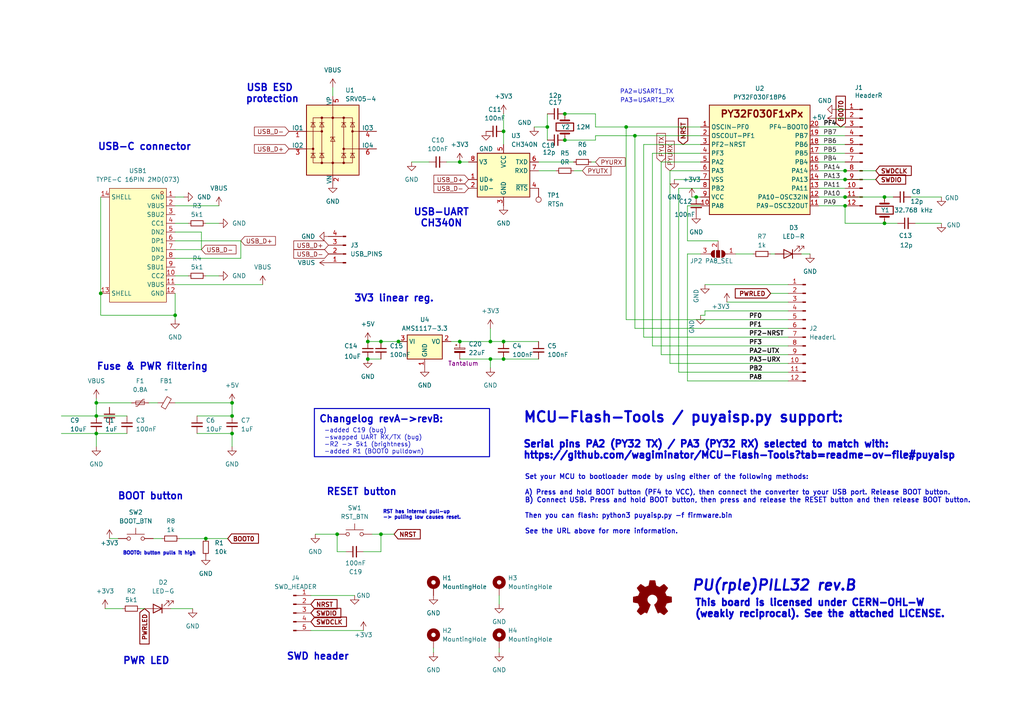
<source format=kicad_sch>
(kicad_sch (version 20231120) (generator "eeschema") (generator_version "8.0")
  (paper "A4")
  (title_block (title "pupill32 - indie py32f030 evaluation board") (rev "B"))
  (lib_symbols
    (symbol "Connector:Conn_01x04_Pin" (pin_names (offset 1.016) hide)
      (property "Reference" "J" (at 0 5.08 0))
      (property "Value" "Conn_01x04_Pin" (at 0 -7.62 0))
      (symbol "Conn_01x04_Pin_1_1"
        (pin passive line (at 5.08 2.54 180) (length 3.81) (name "Pin_1") (number "1"))
        (pin passive line (at 5.08 0 180) (length 3.81) (name "Pin_2") (number "2"))
        (pin passive line (at 5.08 -2.54 180) (length 3.81) (name "Pin_3") (number "3"))
        (pin passive line (at 5.08 -5.08 180) (length 3.81) (name "Pin_4") (number "4"))
      )
    )
    (symbol "Connector:Conn_01x05_Pin" (pin_names (offset 1.016) hide)
      (property "Reference" "J" (at 0 7.62 0))
      (property "Value" "Conn_01x05_Pin" (at 0 -7.62 0))
      (symbol "Conn_01x05_Pin_1_1"
        (pin passive line (at 5.08 5.08 180) (length 3.81) (name "Pin_1") (number "1"))
        (pin passive line (at 5.08 2.54 180) (length 3.81) (name "Pin_2") (number "2"))
        (pin passive line (at 5.08 0 180) (length 3.81) (name "Pin_3") (number "3"))
        (pin passive line (at 5.08 -2.54 180) (length 3.81) (name "Pin_4") (number "4"))
        (pin passive line (at 5.08 -5.08 180) (length 3.81) (name "Pin_5") (number "5"))
      )
    )
    (symbol "Connector:Conn_01x12_Pin" (pin_names (offset 1.016) hide)
      (property "Reference" "J" (at 0 15.24 0))
      (property "Value" "Conn_01x12_Pin" (at 0 -17.78 0))
      (symbol "Conn_01x12_Pin_1_1"
        (pin passive line (at 5.08 12.7 180) (length 3.81) (name "Pin_1") (number "1"))
        (pin passive line (at 5.08 -10.16 180) (length 3.81) (name "Pin_10") (number "10"))
        (pin passive line (at 5.08 -12.7 180) (length 3.81) (name "Pin_11") (number "11"))
        (pin passive line (at 5.08 -15.24 180) (length 3.81) (name "Pin_12") (number "12"))
        (pin passive line (at 5.08 10.16 180) (length 3.81) (name "Pin_2") (number "2"))
        (pin passive line (at 5.08 7.62 180) (length 3.81) (name "Pin_3") (number "3"))
        (pin passive line (at 5.08 5.08 180) (length 3.81) (name "Pin_4") (number "4"))
        (pin passive line (at 5.08 2.54 180) (length 3.81) (name "Pin_5") (number "5"))
        (pin passive line (at 5.08 0 180) (length 3.81) (name "Pin_6") (number "6"))
        (pin passive line (at 5.08 -2.54 180) (length 3.81) (name "Pin_7") (number "7"))
        (pin passive line (at 5.08 -5.08 180) (length 3.81) (name "Pin_8") (number "8"))
        (pin passive line (at 5.08 -7.62 180) (length 3.81) (name "Pin_9") (number "9"))
      )
    )
    (symbol "Connector:TestPoint" (pin_numbers hide) (pin_names (offset 0.762) hide)
      (property "Reference" "TP" (at 0 6.858 0))
      (property "Value" "TestPoint" (at 0 5.08 0))
      (symbol "TestPoint_1_1"
        (pin passive line (at 0 0 90) (length 2.54) (name "1") (number "1"))
      )
    )
    (symbol "Device:C_Polarized_Small" (pin_numbers hide) (pin_names (offset 0.254) hide)
      (property "Reference" "C" (at 0.254 1.778 0))
      (property "Value" "C_Polarized_Small" (at 0.254 -2.032 0))
      (symbol "C_Polarized_Small_1_1"
        (pin passive line (at 0 2.54 270) (length 1.8542) (name "~") (number "1"))
        (pin passive line (at 0 -2.54 90) (length 1.8542) (name "~") (number "2"))
      )
    )
    (symbol "Device:C_Small" (pin_numbers hide) (pin_names (offset 0.254) hide)
      (property "Reference" "C" (at 0.254 1.778 0))
      (property "Value" "C_Small" (at 0.254 -2.032 0))
      (symbol "C_Small_1_1"
        (pin passive line (at 0 2.54 270) (length 2.032) (name "~") (number "1"))
        (pin passive line (at 0 -2.54 90) (length 2.032) (name "~") (number "2"))
      )
    )
    (symbol "Device:Crystal" (pin_numbers hide) (pin_names (offset 1.016) hide)
      (property "Reference" "Y" (at 0 3.81 0))
      (property "Value" "Crystal" (at 0 -3.81 0))
      (symbol "Crystal_1_1"
        (pin passive line (at -3.81 0 0) (length 1.27) (name "1") (number "1"))
        (pin passive line (at 3.81 0 180) (length 1.27) (name "2") (number "2"))
      )
    )
    (symbol "Device:FerriteBead_Small" (pin_numbers hide) (pin_names (offset 0))
      (property "Reference" "FB" (at 1.905 1.27 0))
      (property "Value" "FerriteBead_Small" (at 1.905 -1.27 0))
      (symbol "FerriteBead_Small_1_1"
        (pin passive line (at 0 2.54 270) (length 1.27) (name "~") (number "1"))
        (pin passive line (at 0 -2.54 90) (length 1.27) (name "~") (number "2"))
      )
    )
    (symbol "Device:LED" (pin_numbers hide) (pin_names (offset 1.016) hide)
      (property "Reference" "D" (at 0 2.54 0))
      (property "Value" "LED" (at 0 -2.54 0))
      (symbol "LED_1_1"
        (pin passive line (at -3.81 0 0) (length 2.54) (name "K") (number "1"))
        (pin passive line (at 3.81 0 180) (length 2.54) (name "A") (number "2"))
      )
    )
    (symbol "Device:Polyfuse_Small" (pin_numbers hide) (pin_names (offset 0))
      (property "Reference" "F" (at -1.905 0 90))
      (property "Value" "Polyfuse_Small" (at 1.905 0 90))
      (symbol "Polyfuse_Small_1_1"
        (pin passive line (at 0 2.54 270) (length 0.635) (name "~") (number "1"))
        (pin passive line (at 0 -2.54 90) (length 0.635) (name "~") (number "2"))
      )
    )
    (symbol "Device:R_Small" (pin_numbers hide) (pin_names (offset 0.254) hide)
      (property "Reference" "R" (at 0.762 0.508 0))
      (property "Value" "R_Small" (at 0.762 -1.016 0))
      (symbol "R_Small_1_1"
        (pin passive line (at 0 2.54 270) (length 0.762) (name "~") (number "1"))
        (pin passive line (at 0 -2.54 90) (length 0.762) (name "~") (number "2"))
      )
    )
    (symbol "Graphic:Logo_Open_Hardware_Small" (in_bom no) (on_board no))
    (symbol "Interface_USB:CH340N"
      (property "Reference" "U" (at -7.62 6.35 0))
      (property "Value" "CH340N" (at 7.62 6.35 0))
      (symbol "CH340N_1_1"
        (pin bidirectional line (at -10.16 -2.54 0) (length 2.54) (name "UD+") (number "1"))
        (pin bidirectional line (at -10.16 -5.08 0) (length 2.54) (name "UD-") (number "2"))
        (pin power_in line (at 0 -10.16 90) (length 2.54) (name "GND") (number "3"))
        (pin output line (at 10.16 -5.08 180) (length 2.54) (name "~{RTS}") (number "4"))
        (pin power_in line (at 0 7.62 270) (length 2.54) (name "VCC") (number "5"))
        (pin output line (at 10.16 2.54 180) (length 2.54) (name "TXD") (number "6"))
        (pin input line (at 10.16 0 180) (length 2.54) (name "RXD") (number "7"))
        (pin passive line (at -10.16 2.54 0) (length 2.54) (name "V3") (number "8"))
      )
    )
    (symbol "Jumper:SolderJumper_3_Open" (pin_names (offset 0) hide)
      (property "Reference" "JP" (at -2.54 -2.54 0))
      (property "Value" "SolderJumper_3_Open" (at 0 2.794 0))
      (symbol "SolderJumper_3_Open_1_1"
        (pin passive line (at -5.08 0 0) (length 2.54) (name "A") (number "1"))
        (pin passive line (at 0 -3.81 90) (length 2.54) (name "C") (number "2"))
        (pin passive line (at 5.08 0 180) (length 2.54) (name "B") (number "3"))
      )
    )
    (symbol "Mechanical:MountingHole_Pad" (pin_numbers hide) (pin_names (offset 1.016) hide) (exclude_from_sim yes) (in_bom no)
      (property "Reference" "H" (at 0 6.35 0))
      (property "Value" "MountingHole_Pad" (at 0 4.445 0))
      (symbol "MountingHole_Pad_1_1"
        (pin input line (at 0 -2.54 90) (length 2.54) (name "1") (number "1"))
      )
    )
    (symbol "Power_Protection:SRV05-4" (pin_names (offset 0))
      (property "Reference" "U" (at -5.08 11.43 0))
      (property "Value" "SRV05-4" (at 2.54 11.43 0))
      (symbol "SRV05-4_1_1"
        (pin passive line (at -12.7 2.54 0) (length 5.08) (name "IO1") (number "1"))
        (pin passive line (at 0 -12.7 90) (length 2.54) (name "VN") (number "2"))
        (pin passive line (at -12.7 -2.54 0) (length 5.08) (name "IO2") (number "3"))
        (pin passive line (at 12.7 2.54 180) (length 5.08) (name "IO3") (number "4"))
        (pin passive line (at 0 12.7 270) (length 2.54) (name "VP") (number "5"))
        (pin passive line (at 12.7 -2.54 180) (length 5.08) (name "IO4") (number "6"))
      )
    )
    (symbol "Regulator_Linear:AMS1117-3.3"
      (property "Reference" "U" (at -3.81 3.175 0))
      (property "Value" "AMS1117-3.3" (at 0 3.175 0))
      (symbol "AMS1117-3.3_1_1"
        (pin power_in line (at 0 -7.62 90) (length 2.54) (name "GND") (number "1"))
        (pin power_out line (at 7.62 0 180) (length 2.54) (name "VO") (number "2"))
        (pin power_in line (at -7.62 0 0) (length 2.54) (name "VI") (number "3"))
      )
    )
    (symbol "Switch:SW_Push" (pin_numbers hide) (pin_names (offset 1.016) hide)
      (property "Reference" "SW" (at 1.27 2.54 0))
      (property "Value" "SW_Push" (at 0 -1.524 0))
      (symbol "SW_Push_0_1"
        (pin passive line (at -5.08 0 0) (length 2.54) (name "1") (number "1"))
        (pin passive line (at 5.08 0 180) (length 2.54) (name "2") (number "2"))
      )
    )
    (symbol "power:+3V3" (power) (pin_names (offset 0))
      (property "Value" "+3V3" (at 0 3.556 0))
      (symbol "+3V3_1_1"
        (pin power_in line (at 0 0 90) (length 0) hide (name "+3V3") (number "1"))
      )
    )
    (symbol "power:+5V" (power) (pin_names (offset 0))
      (property "Value" "+5V" (at 0 3.556 0))
      (symbol "+5V_1_1"
        (pin power_in line (at 0 0 90) (length 0) hide (name "+5V") (number "1"))
      )
    )
    (symbol "power:GND" (power) (pin_names (offset 0))
      (property "Value" "GND" (at 0 -3.81 0))
      (symbol "GND_1_1"
        (pin power_in line (at 0 0 270) (length 0) hide (name "GND") (number "1"))
      )
    )
    (symbol "power:VBUS" (power) (pin_names (offset 0))
      (property "Value" "VBUS" (at 0 3.81 0))
      (symbol "VBUS_1_1"
        (pin power_in line (at 0 0 90) (length 0) hide (name "VBUS") (number "1"))
      )
    )
    (symbol "pupill32:PY32F030F1xPx"
      (property "Reference" "U" (at -10.16 19.05 0))
      (property "Value" "PY32F030F1xPx" (at -7.62 20.32 0))
      (symbol "PY32F030F1xPx_1_1"
        (text "PY32F030F1xPx" (at 5.08 15.24 0) (effects (font (size 2 2) (bold yes))))
        (pin bidirectional line (at -12.7 11.43 0) (length 2.54) (name "OSCIN-PF0") (number "1"))
        (pin bidirectional line (at -12.7 -11.43 0) (length 2.54) (name "PA8") (number "10"))
        (pin bidirectional line (at 21.59 -11.43 180) (length 2.54) (name "PA9-OSC32OUT") (number "11"))
        (pin bidirectional line (at 21.59 -8.89 180) (length 2.54) (name "PA10-OSC32IN") (number "12"))
        (pin bidirectional line (at 21.59 -6.35 180) (length 2.54) (name "PA11") (number "13"))
        (pin bidirectional line (at 21.59 -3.81 180) (length 2.54) (name "PA13") (number "14"))
        (pin bidirectional line (at 21.59 -1.27 180) (length 2.54) (name "PA14") (number "15"))
        (pin bidirectional line (at 21.59 1.27 180) (length 2.54) (name "PB4") (number "16"))
        (pin bidirectional line (at 21.59 3.81 180) (length 2.54) (name "PB5") (number "17"))
        (pin bidirectional line (at 21.59 6.35 180) (length 2.54) (name "PB6") (number "18"))
        (pin bidirectional line (at 21.59 8.89 180) (length 2.54) (name "PB7") (number "19"))
        (pin bidirectional line (at -12.7 8.89 0) (length 2.54) (name "OSCOUT-PF1") (number "2"))
        (pin bidirectional line (at 21.59 11.43 180) (length 2.54) (name "PF4-BOOT0") (number "20"))
        (pin bidirectional line (at -12.7 6.35 0) (length 2.54) (name "PF2-NRST") (number "3"))
        (pin bidirectional line (at -12.7 3.81 0) (length 2.54) (name "PF3") (number "4"))
        (pin bidirectional line (at -12.7 1.27 0) (length 2.54) (name "PA2") (number "5"))
        (pin bidirectional line (at -12.7 -1.27 0) (length 2.54) (name "PA3") (number "6"))
        (pin power_in line (at -12.7 -3.81 0) (length 2.54) (name "VSS") (number "7"))
        (pin bidirectional line (at -12.7 -6.35 0) (length 2.54) (name "PB2") (number "8"))
        (pin power_in line (at -12.7 -8.89 0) (length 2.54) (name "VCC") (number "9"))
      )
    )
    (symbol "pupill32:TYPE-C16PIN2MD(073)"
      (property "Reference" "USB" (at 0 19.05 0))
      (property "Value" "TYPE-C 16PIN 2MD(073)" (at 0 -19.05 0))
      (symbol "TYPE-C16PIN2MD(073)_0_1"
        (pin unspecified line (at -11.43 13.97 0) (length 2.54) (name "GND") (number "1"))
        (pin unspecified line (at -11.43 -8.89 0) (length 2.54) (name "CC2") (number "10"))
        (pin unspecified line (at -11.43 -11.43 0) (length 2.54) (name "VBUS") (number "11"))
        (pin unspecified line (at -11.43 -13.97 0) (length 2.54) (name "GND") (number "12"))
        (pin unspecified line (at 10.16 -13.97 180) (length 2.54) (name "SHELL") (number "13"))
        (pin unspecified line (at 10.16 13.97 180) (length 2.54) (name "SHELL") (number "14"))
        (pin unspecified line (at -11.43 11.43 0) (length 2.54) (name "VBUS") (number "2"))
        (pin unspecified line (at -11.43 8.89 0) (length 2.54) (name "SBU2") (number "3"))
        (pin unspecified line (at -11.43 6.35 0) (length 2.54) (name "CC1") (number "4"))
        (pin unspecified line (at -11.43 3.81 0) (length 2.54) (name "DN2") (number "5"))
        (pin unspecified line (at -11.43 1.27 0) (length 2.54) (name "DP1") (number "6"))
        (pin unspecified line (at -11.43 -1.27 0) (length 2.54) (name "DN1") (number "7"))
        (pin unspecified line (at -11.43 -3.81 0) (length 2.54) (name "DP2") (number "8"))
        (pin unspecified line (at -11.43 -6.35 0) (length 2.54) (name "SBU1") (number "9"))
      )
    )
  )
  (junction (at 106.68 104.14))
  (junction (at 245.11 57.15))
  (junction (at 245.11 52.07))
  (junction (at 245.11 59.69))
  (junction (at 115.57 99.06))
  (junction (at 67.31 125.73))
  (junction (at 201.93 57.15))
  (junction (at 256.54 64.77))
  (junction (at 97.79 154.94))
  (junction (at 158.75 36.83))
  (junction (at 133.35 46.99))
  (junction (at 181.61 36.83))
  (junction (at 146.05 99.06))
  (junction (at 256.54 57.15))
  (junction (at 67.31 120.65))
  (junction (at 133.35 99.06))
  (junction (at 110.49 99.06))
  (junction (at 146.05 104.14))
  (junction (at 27.94 125.73))
  (junction (at 184.15 39.37))
  (junction (at 163.83 33.02))
  (junction (at 29.21 85.09))
  (junction (at 67.31 116.84))
  (junction (at 27.94 116.84))
  (junction (at 27.94 120.65))
  (junction (at 110.49 154.94))
  (junction (at 146.05 38.1))
  (junction (at 142.24 104.14))
  (junction (at 59.69 156.21))
  (junction (at 50.8 91.44))
  (junction (at 163.83 40.64))
  (junction (at 245.11 49.53))
  (junction (at 142.24 99.06))
  (junction (at 106.68 99.06))
  (wire (pts (xy 44.45 156.21) (xy 46.99 156.21)))
  (wire (pts (xy 194.31 49.53) (xy 203.2 49.53)))
  (wire (pts (xy 146.05 104.14) (xy 156.21 104.14)))
  (wire (pts (xy 50.8 67.31) (xy 58.42 67.31)))
  (wire (pts (xy 191.77 102.87) (xy 191.77 46.99)))
  (wire (pts (xy 199.39 73.66) (xy 199.39 110.49)))
  (wire (pts (xy 50.8 85.09) (xy 50.8 91.44)))
  (wire (pts (xy 105.41 160.02) (xy 110.49 160.02)))
  (wire (pts (xy 154.94 36.83) (xy 158.75 36.83)))
  (wire (pts (xy 237.49 57.15) (xy 245.11 57.15)))
  (wire (pts (xy 29.21 57.15) (xy 29.21 85.09)))
  (wire (pts (xy 133.35 104.14) (xy 142.24 104.14)))
  (wire (pts (xy 245.11 59.69) (xy 245.11 64.77)))
  (wire (pts (xy 50.8 80.01) (xy 54.61 80.01)))
  (wire (pts (xy 213.36 73.66) (xy 218.44 73.66)))
  (wire (pts (xy 163.83 40.64) (xy 172.72 40.64)))
  (wire (pts (xy 194.31 105.41) (xy 228.6 105.41)))
  (wire (pts (xy 232.41 73.66) (xy 234.95 73.66)))
  (wire (pts (xy 17.78 120.65) (xy 27.94 120.65)))
  (wire (pts (xy 130.81 99.06) (xy 133.35 99.06)))
  (wire (pts (xy 237.49 54.61) (xy 245.11 54.61)))
  (wire (pts (xy 184.15 95.25) (xy 228.6 95.25)))
  (wire (pts (xy 171.45 46.99) (xy 172.72 46.99)))
  (wire (pts (xy 50.8 57.15) (xy 53.34 57.15)))
  (wire (pts (xy 27.94 125.73) (xy 27.94 129.54)))
  (wire (pts (xy 90.17 172.72) (xy 102.87 172.72)))
  (wire (pts (xy 27.94 120.65) (xy 36.83 120.65)))
  (wire (pts (xy 245.11 34.29) (xy 242.57 34.29)))
  (wire (pts (xy 208.28 69.85) (xy 199.39 69.85)))
  (wire (pts (xy 237.49 36.83) (xy 245.11 36.83)))
  (wire (pts (xy 97.79 154.94) (xy 97.79 160.02)))
  (wire (pts (xy 163.83 33.02) (xy 172.72 33.02)))
  (wire (pts (xy 245.11 49.53) (xy 254 49.53)))
  (wire (pts (xy 50.8 116.84) (xy 67.31 116.84)))
  (wire (pts (xy 50.8 64.77) (xy 54.61 64.77)))
  (wire (pts (xy 189.23 100.33) (xy 228.6 100.33)))
  (wire (pts (xy 172.72 40.64) (xy 172.72 39.37)))
  (wire (pts (xy 50.8 82.55) (xy 76.2 82.55)))
  (wire (pts (xy 245.11 31.75) (xy 242.57 31.75)))
  (wire (pts (xy 142.24 104.14) (xy 142.24 106.68)))
  (wire (pts (xy 69.85 69.85) (xy 69.85 74.93)))
  (wire (pts (xy 259.08 57.15) (xy 256.54 57.15)))
  (wire (pts (xy 237.49 41.91) (xy 245.11 41.91)))
  (wire (pts (xy 142.24 95.25) (xy 142.24 99.06)))
  (wire (pts (xy 172.72 36.83) (xy 181.61 36.83)))
  (wire (pts (xy 189.23 44.45) (xy 203.2 44.45)))
  (wire (pts (xy 191.77 102.87) (xy 228.6 102.87)))
  (wire (pts (xy 58.42 72.39) (xy 50.8 72.39)))
  (wire (pts (xy 115.57 99.06) (xy 116.84 99.06)))
  (wire (pts (xy 119.38 46.99) (xy 124.46 46.99)))
  (wire (pts (xy 181.61 92.71) (xy 228.6 92.71)))
  (wire (pts (xy 186.69 41.91) (xy 203.2 41.91)))
  (wire (pts (xy 237.49 52.07) (xy 245.11 52.07)))
  (wire (pts (xy 43.18 116.84) (xy 45.72 116.84)))
  (wire (pts (xy 58.42 67.31) (xy 58.42 72.39)))
  (wire (pts (xy 245.11 64.77) (xy 256.54 64.77)))
  (wire (pts (xy 50.8 91.44) (xy 50.8 92.71)))
  (wire (pts (xy 59.69 64.77) (xy 63.5 64.77)))
  (wire (pts (xy 96.52 25.4) (xy 96.52 27.94)))
  (wire (pts (xy 50.8 59.69) (xy 63.5 59.69)))
  (wire (pts (xy 146.05 38.1) (xy 146.05 41.91)))
  (wire (pts (xy 27.94 125.73) (xy 36.83 125.73)))
  (wire (pts (xy 146.05 99.06) (xy 156.21 99.06)))
  (wire (pts (xy 237.49 49.53) (xy 245.11 49.53)))
  (wire (pts (xy 199.39 59.69) (xy 203.2 59.69)))
  (wire (pts (xy 30.48 176.53) (xy 35.56 176.53)))
  (wire (pts (xy 228.6 85.09) (xy 223.52 85.09)))
  (wire (pts (xy 204.47 91.44) (xy 204.47 90.17)))
  (wire (pts (xy 31.75 156.21) (xy 34.29 156.21)))
  (wire (pts (xy 59.69 156.21) (xy 66.04 156.21)))
  (wire (pts (xy 57.15 125.73) (xy 67.31 125.73)))
  (wire (pts (xy 199.39 110.49) (xy 228.6 110.49)))
  (wire (pts (xy 273.05 64.77) (xy 265.43 64.77)))
  (wire (pts (xy 91.44 154.94) (xy 97.79 154.94)))
  (wire (pts (xy 194.31 105.41) (xy 194.31 49.53)))
  (wire (pts (xy 50.8 69.85) (xy 69.85 69.85)))
  (wire (pts (xy 29.21 85.09) (xy 29.21 91.44)))
  (wire (pts (xy 144.78 189.23) (xy 144.78 187.96)))
  (wire (pts (xy 125.73 189.23) (xy 125.73 187.96)))
  (wire (pts (xy 156.21 46.99) (xy 166.37 46.99)))
  (wire (pts (xy 172.72 33.02) (xy 172.72 36.83)))
  (wire (pts (xy 27.94 115.57) (xy 27.94 116.84)))
  (wire (pts (xy 27.94 116.84) (xy 27.94 120.65)))
  (wire (pts (xy 210.82 87.63) (xy 228.6 87.63)))
  (wire (pts (xy 245.11 52.07) (xy 254 52.07)))
  (wire (pts (xy 106.68 104.14) (xy 110.49 104.14)))
  (wire (pts (xy 161.29 49.53) (xy 156.21 49.53)))
  (wire (pts (xy 129.54 46.99) (xy 133.35 46.99)))
  (wire (pts (xy 27.94 116.84) (xy 38.1 116.84)))
  (wire (pts (xy 184.15 95.25) (xy 184.15 39.37)))
  (wire (pts (xy 142.24 99.06) (xy 146.05 99.06)))
  (wire (pts (xy 49.53 176.53) (xy 55.88 176.53)))
  (wire (pts (xy 57.15 120.65) (xy 67.31 120.65)))
  (wire (pts (xy 237.49 39.37) (xy 245.11 39.37)))
  (wire (pts (xy 59.69 80.01) (xy 63.5 80.01)))
  (wire (pts (xy 166.37 49.53) (xy 168.91 49.53)))
  (wire (pts (xy 245.11 57.15) (xy 256.54 57.15)))
  (wire (pts (xy 199.39 73.66) (xy 203.2 73.66)))
  (wire (pts (xy 237.49 59.69) (xy 245.11 59.69)))
  (wire (pts (xy 110.49 160.02) (xy 110.49 154.94)))
  (wire (pts (xy 40.64 176.53) (xy 41.91 176.53)))
  (wire (pts (xy 196.85 107.95) (xy 228.6 107.95)))
  (wire (pts (xy 67.31 116.84) (xy 67.31 120.65)))
  (wire (pts (xy 17.78 125.73) (xy 27.94 125.73)))
  (wire (pts (xy 29.21 91.44) (xy 50.8 91.44)))
  (wire (pts (xy 90.17 182.88) (xy 105.41 182.88)))
  (wire (pts (xy 196.85 107.95) (xy 196.85 54.61)))
  (wire (pts (xy 144.78 172.72) (xy 144.78 175.26)))
  (wire (pts (xy 196.85 54.61) (xy 203.2 54.61)))
  (wire (pts (xy 203.2 91.44) (xy 204.47 91.44)))
  (wire (pts (xy 110.49 154.94) (xy 107.95 154.94)))
  (wire (pts (xy 260.35 64.77) (xy 256.54 64.77)))
  (wire (pts (xy 203.2 39.37) (xy 184.15 39.37)))
  (wire (pts (xy 133.35 99.06) (xy 142.24 99.06)))
  (wire (pts (xy 273.05 57.15) (xy 264.16 57.15)))
  (wire (pts (xy 133.35 46.99) (xy 135.89 46.99)))
  (wire (pts (xy 181.61 92.71) (xy 181.61 36.83)))
  (wire (pts (xy 142.24 104.14) (xy 146.05 104.14)))
  (wire (pts (xy 186.69 97.79) (xy 186.69 41.91)))
  (wire (pts (xy 203.2 52.07) (xy 195.58 52.07)))
  (wire (pts (xy 106.68 99.06) (xy 110.49 99.06)))
  (wire (pts (xy 52.07 156.21) (xy 59.69 156.21)))
  (wire (pts (xy 204.47 90.17) (xy 228.6 90.17)))
  (wire (pts (xy 97.79 160.02) (xy 100.33 160.02)))
  (wire (pts (xy 158.75 33.02) (xy 158.75 36.83)))
  (wire (pts (xy 237.49 44.45) (xy 245.11 44.45)))
  (wire (pts (xy 146.05 33.02) (xy 146.05 38.1)))
  (wire (pts (xy 114.3 154.94) (xy 110.49 154.94)))
  (wire (pts (xy 223.52 73.66) (xy 224.79 73.66)))
  (wire (pts (xy 110.49 99.06) (xy 115.57 99.06)))
  (wire (pts (xy 67.31 125.73) (xy 67.31 129.54)))
  (wire (pts (xy 158.75 36.83) (xy 158.75 40.64)))
  (wire (pts (xy 172.72 39.37) (xy 184.15 39.37)))
  (wire (pts (xy 200.66 57.15) (xy 201.93 57.15)))
  (wire (pts (xy 191.77 46.99) (xy 203.2 46.99)))
  (wire (pts (xy 204.47 82.55) (xy 228.6 82.55)))
  (wire (pts (xy 189.23 100.33) (xy 189.23 44.45)))
  (wire (pts (xy 181.61 36.83) (xy 203.2 36.83)))
  (wire (pts (xy 199.39 59.69) (xy 199.39 69.85)))
  (wire (pts (xy 201.93 57.15) (xy 203.2 57.15)))
  (wire (pts (xy 69.85 74.93) (xy 50.8 74.93)))
  (wire (pts (xy 186.69 97.79) (xy 228.6 97.79)))
  (wire (pts (xy 237.49 46.99) (xy 245.11 46.99)))
  (rectangle (start 91.186 118.491) (end 141.986 132.461) (stroke (width 0.3)))
  (text "-added C19 (bug)\n-swapped UART RX/TX (bug)\n-R2 -> 5k1 (brightness)\n-added R1 (BOOT0 pulldown)" (at 93.98 128.016 0) (effects (font (size 1.27 1.27)) (justify left)))
  (text "RESET button" (at 104.902 142.748 0) (effects (font (size 2 2) (thickness 0.4) (bold yes))))
  (text "This board is licensed under CERN-OHL-W \n(weakly reciprocal). See the attached LICENSE." (at 201.422 176.53 0) (effects (font (size 2 2) (thickness 0.6) (bold yes)) (justify left)))
  (text "Serial pins PA2 (PY32 TX) / PA3 (PY32 RX) selected to match with:\nhttps://github.com/wagiminator/MCU-Flash-Tools?tab=readme-ov-file#puyaisp" (at 151.638 130.556 0) (effects (font (size 2 2) (thickness 0.5) (bold yes)) (justify left)))
  (text "PA3=USART1_RX" (at 179.832 29.972 0) (effects (font (size 1.27 1.27)) (justify left bottom)))
  (text "3V3 linear reg." (at 114.3 86.614 0) (effects (font (size 2 2) (thickness 0.4) (bold yes))))
  (text "Fuse & PWR filtering" (at 44.196 106.426 0) (effects (font (size 2 2) (thickness 0.4) (bold yes))))
  (text "MCU-Flash-Tools / puyaisp.py support:" (at 151.638 121.158 0) (effects (font (size 3 3) (thickness 0.6) (bold yes)) (justify left)))
  (text "USB-C connector" (at 41.91 42.672 0) (effects (font (size 2 2) (thickness 0.4) (bold yes))))
  (text "PWR LED" (at 42.418 191.77 0) (effects (font (size 2 2) (thickness 0.4) (bold yes))))
  (text "USB ESD \nprotection" (at 78.994 27.178 0) (effects (font (size 2 2) (thickness 0.4) (bold yes))))
  (text "PA2=USART1_TX" (at 195.326 27.432 0) (effects (font (size 1.27 1.27)) (justify right bottom)))
  (text "RST has internal pull-up \n-> pulling low causes reset." (at 110.998 149.352 0) (effects (font (size 1 1) (thickness 0.4) (bold yes)) (justify left)))
  (text "Changelog revA->revB:" (at 92.456 121.666 0) (effects (font (size 2 2) (thickness 0.4) (bold yes)) (justify left)))
  (text "BOOT button" (at 43.688 144.018 0) (effects (font (size 2 2) (thickness 0.4) (bold yes))))
  (text "USB-UART\nCH340N" (at 128.016 63.246 0) (effects (font (size 2 2) (thickness 0.4) (bold yes))))
  (text "BOOT0: button pulls it high" (at 46.228 160.528 0) (effects (font (size 1 1) (thickness 0.4) (bold yes))))
  (text "PU(rple)PILL32 rev.B" (at 224.536 169.926 0) (effects (font (size 3 3) (thickness 0.6) (bold yes) (italic yes))))
  (text "Set your MCU to bootloader mode by using either of the following methods:\n\nA) Press and hold BOOT button (PF4 to VCC), then connect the converter to your USB port. Release BOOT button.\nB) Connect USB. Press and hold BOOT button, then press and release the RESET button and then release BOOT button.\n\nThen you can flash: python3 puyaisp.py -f firmware.bin\n\nSee the URL above for more information." (at 152.146 146.304 0) (effects (font (size 1.4 1.4) (thickness 0.254) (bold yes)) (justify left)))
  (text "SWD header" (at 92.202 190.5 0) (effects (font (size 2 2) (thickness 0.4) (bold yes))))
  (label "PA10" (at 238.76 57.15 0))
  (label "PB2" (at 217.17 107.95 0) (effects (font (bold yes))))
  (label "PB4" (at 238.76 46.99 0))
  (label "PA2-UTX" (at 217.17 102.87 0) (effects (font (bold yes))))
  (label "PB5" (at 238.76 44.45 0))
  (label "PF1" (at 217.17 95.25 0) (effects (font (bold yes))))
  (label "PF2-NRST" (at 217.17 97.79 0) (effects (font (bold yes))))
  (label "PA13" (at 238.76 52.07 0))
  (label "PF3" (at 217.17 100.33 0) (effects (font (bold yes))))
  (label "PF4" (at 238.76 36.83 0) (effects (font (bold yes))))
  (label "PB7" (at 238.76 39.37 0))
  (label "PA14" (at 238.76 49.53 0))
  (label "PB6" (at 238.76 41.91 0))
  (label "PA11" (at 238.76 54.61 0))
  (label "PA8" (at 217.17 110.49 0) (effects (font (bold yes))))
  (label "PA9" (at 238.76 59.69 0))
  (label "PA3-URX" (at 217.17 105.41 0) (effects (font (bold yes))))
  (label "PF0" (at 217.17 92.71 0) (effects (font (bold yes))))
  (global_label "NRST" (shape input) (at 114.3 154.94 0) (effects (font (bold yes))) (property "Intersheetrefs" "${INTERSHEET_REFS}" (effects (hide yes))))
  (global_label "PYUTX" (shape input) (at 168.91 49.53 0) (property "Intersheetrefs" "${INTERSHEET_REFS}" (effects (hide yes))))
  (global_label "NRST" (shape input) (at 90.17 175.26 0) (effects (font (bold yes))) (property "Intersheetrefs" "${INTERSHEET_REFS}" (effects (hide yes))))
  (global_label "NRST" (shape input) (at 198.12 41.91 90) (effects (font (bold yes))) (property "Intersheetrefs" "${INTERSHEET_REFS}" (effects (hide yes))))
  (global_label "USB_D-" (shape input) (at 95.25 73.66 180) (property "Intersheetrefs" "${INTERSHEET_REFS}" (effects (hide yes))))
  (global_label "SWDCLK" (shape input) (at 254 49.53 0) (effects (font (bold yes))) (property "Intersheetrefs" "${INTERSHEET_REFS}" (effects (hide yes))))
  (global_label "USB_D-" (shape input) (at 135.89 54.61 180) (property "Intersheetrefs" "${INTERSHEET_REFS}" (effects (hide yes))))
  (global_label "BOOT0" (shape input) (at 66.04 156.21 0) (effects (font (bold yes))) (property "Intersheetrefs" "${INTERSHEET_REFS}" (effects (hide yes))))
  (global_label "USB_D+" (shape input) (at 83.82 43.18 180) (property "Intersheetrefs" "${INTERSHEET_REFS}" (effects (hide yes))))
  (global_label "BOOT0" (shape input) (at 243.84 36.83 90) (effects (font (bold yes))) (property "Intersheetrefs" "${INTERSHEET_REFS}" (effects (hide yes))))
  (global_label "USB_D+" (shape input) (at 135.89 52.07 180) (property "Intersheetrefs" "${INTERSHEET_REFS}" (effects (hide yes))))
  (global_label "PYUTX" (shape input) (at 191.77 46.99 90) (property "Intersheetrefs" "${INTERSHEET_REFS}" (effects (hide yes))))
  (global_label "PYURX" (shape input) (at 172.72 46.99 0) (property "Intersheetrefs" "${INTERSHEET_REFS}" (effects (hide yes))))
  (global_label "USB_D+" (shape input) (at 69.85 69.85 0) (property "Intersheetrefs" "${INTERSHEET_REFS}" (effects (hide yes))))
  (global_label "SWDCLK" (shape input) (at 90.17 180.34 0) (effects (font (bold yes))) (property "Intersheetrefs" "${INTERSHEET_REFS}" (effects (hide yes))))
  (global_label "USB_D-" (shape input) (at 83.82 38.1 180) (property "Intersheetrefs" "${INTERSHEET_REFS}" (effects (hide yes))))
  (global_label "SWDIO" (shape input) (at 90.17 177.8 0) (effects (font (bold yes))) (property "Intersheetrefs" "${INTERSHEET_REFS}" (effects (hide yes))))
  (global_label "PWRLED" (shape input) (at 223.52 85.09 180) (effects (font (bold yes))) (property "Intersheetrefs" "${INTERSHEET_REFS}" (effects (hide yes))))
  (global_label "PWRLED" (shape input) (at 41.91 176.53 270) (effects (font (bold yes))) (property "Intersheetrefs" "${INTERSHEET_REFS}" (effects (hide yes))))
  (global_label "USB_D-" (shape input) (at 58.42 72.39 0) (property "Intersheetrefs" "${INTERSHEET_REFS}" (effects (hide yes))))
  (global_label "SWDIO" (shape input) (at 254 52.07 0) (effects (font (bold yes))) (property "Intersheetrefs" "${INTERSHEET_REFS}" (effects (hide yes))))
  (global_label "USB_D+" (shape input) (at 95.25 71.12 180) (property "Intersheetrefs" "${INTERSHEET_REFS}" (effects (hide yes))))
  (global_label "PYURX" (shape input) (at 194.31 49.53 90) (property "Intersheetrefs" "${INTERSHEET_REFS}" (effects (hide yes))))
  (symbol (lib_id "Mechanical:MountingHole_Pad") (at 125.73 170.18 0) (unit 1) (exclude_from_sim yes) (in_bom no)
    (property "Reference" "H1" (at 128.27 167.6399 0) (effects (justify left)))
    (property "Value" "MountingHole" (at 128.27 170.1799 0) (effects (justify left)))
    (property "Footprint" "MountingHole:MountingHole_2.7mm_M2.5_ISO7380_Pad" (effects (hide yes)))
    (property "Description" "Mounting Hole with connection" (effects (hide yes)))
  )
  (symbol (lib_id "power:VBUS") (at 27.94 115.57 0) (unit 1)
    (property "Reference" "#PWR04" (effects (hide yes)))
    (property "Value" "VBUS" (at 27.94 110.49 0))
  )
  (symbol (lib_id "Device:LED") (at 228.6 73.66 180) (unit 1)
    (property "Reference" "D3" (at 230.1875 66.04 0))
    (property "Value" "LED-R" (at 230.1875 68.58 0))
    (property "Footprint" "LED_SMD:LED_0805_2012Metric_Pad1.15x1.40mm_HandSolder" (effects (hide yes)))
  )
  (symbol (lib_id "power:+3V3") (at 146.05 33.02 0) (unit 1)
    (property "Reference" "#PWR05" (effects (hide yes)))
    (property "Value" "+3V3" (at 146.05 27.94 0))
  )
  (symbol (lib_id "Device:C_Small") (at 143.51 38.1 90) (unit 1)
    (property "Reference" "C11" (at 143.5163 31.75 90))
    (property "Value" "100nF" (at 143.5163 34.29 90))
    (property "Footprint" "Capacitor_SMD:C_0805_2012Metric_Pad1.18x1.45mm_HandSolder" (effects (hide yes)))
  )
  (symbol (lib_id "Jumper:SolderJumper_3_Open") (at 208.28 73.66 180) (unit 1)
    (property "Reference" "JP2" (at 201.93 75.692 0))
    (property "Value" "PA8_SEL" (at 208.534 75.692 0))
    (property "Footprint" "Jumper:SolderJumper-3_P1.3mm_Open_RoundedPad1.0x1.5mm" (effects (hide yes)))
  )
  (symbol (lib_id "power:GND") (at 273.05 64.77 0) (unit 1)
    (property "Reference" "#PWR042" (effects (hide yes)))
    (property "Value" "GND" (at 276.606 65.278 0))
  )
  (symbol (lib_id "Connector:Conn_01x12_Pin") (at 250.19 44.45 0) (mirror y) (unit 1)
    (property "Reference" "J1" (at 247.904 25.4 0) (effects (justify right)))
    (property "Value" "HeaderR" (at 247.904 27.686 0) (effects (justify right)))
    (property "Footprint" "Connector_PinHeader_2.54mm:PinHeader_1x12_P2.54mm_Vertical" (effects (hide yes)))
  )
  (symbol (lib_id "Device:C_Small") (at 161.29 33.02 90) (unit 1)
    (property "Reference" "C17" (at 161.036 29.718 90))
    (property "Value" "12p" (at 161.036 27.686 90))
    (property "Footprint" "Capacitor_SMD:C_0805_2012Metric_Pad1.18x1.45mm_HandSolder" (effects (hide yes)))
  )
  (symbol (lib_id "Device:C_Small") (at 36.83 123.19 0) (unit 1)
    (property "Reference" "C3" (at 39.37 121.9263 0) (effects (justify left)))
    (property "Value" "100nF" (at 39.37 124.4663 0) (effects (justify left)))
    (property "Footprint" "Capacitor_SMD:C_0805_2012Metric_Pad1.18x1.45mm_HandSolder" (effects (hide yes)))
  )
  (symbol (lib_id "Device:C_Small") (at 67.31 123.19 0) (unit 1)
    (property "Reference" "C7" (at 69.85 121.9263 0) (effects (justify left)))
    (property "Value" "1uF" (at 69.85 124.4663 0) (effects (justify left)))
    (property "Footprint" "Capacitor_SMD:C_0805_2012Metric_Pad1.18x1.45mm_HandSolder" (effects (hide yes)))
  )
  (symbol (lib_id "Device:R_Small") (at 168.91 46.99 90) (unit 1)
    (property "Reference" "R6" (at 168.91 41.91 90))
    (property "Value" "0R" (at 168.91 44.45 90))
    (property "Footprint" "Resistor_SMD:R_0805_2012Metric_Pad1.20x1.40mm_HandSolder" (effects (hide yes)))
  )
  (symbol (lib_id "Device:C_Small") (at 156.21 101.6 0) (unit 1)
    (property "Reference" "C5" (at 158.75 100.3363 0) (effects (justify left)))
    (property "Value" "100nF" (at 158.75 102.8763 0) (effects (justify left)))
    (property "Footprint" "Capacitor_SMD:C_0805_2012Metric_Pad1.18x1.45mm_HandSolder" (effects (hide yes)))
  )
  (symbol (lib_id "power:VBUS") (at 63.5 59.69 0) (unit 1)
    (property "Reference" "#PWR023" (effects (hide yes)))
    (property "Value" "VBUS" (at 63.5 54.61 0))
  )
  (symbol (lib_id "power:VBUS") (at 95.25 76.2 90) (unit 1)
    (property "Reference" "#PWR015" (effects (hide yes)))
    (property "Value" "VBUS" (at 91.44 76.1999 90) (effects (justify left)))
  )
  (symbol (lib_id "pupill32:PY32F030F1xPx") (at 215.9 48.26 0) (unit 1)
    (property "Reference" "U2" (at 220.345 25.654 0))
    (property "Value" "PY32F030F18P6" (at 220.345 28.194 0) (effects (font (size 1.25 1.25))))
    (property "Footprint" "Package_SO:TSSOP-20_4.4x6.5mm_P0.65mm" (effects (hide yes)))
    (property "Datasheet" "https://download.py32.org/Datasheet/en/PY32F030_Datasheet_V1.8.pdf" (effects (hide yes)))
  )
  (symbol (lib_id "power:GND") (at 63.5 80.01 90) (unit 1)
    (property "Reference" "#PWR026" (effects (hide yes)))
    (property "Value" "GND" (at 67.31 80.01 90) (effects (justify right)))
  )
  (symbol (lib_id "power:GND") (at 123.19 106.68 0) (unit 1)
    (property "Reference" "#PWR045" (effects (hide yes)))
    (property "Value" "GND" (at 123.19 111.76 0))
  )
  (symbol (lib_id "power:GND") (at 195.58 52.07 0) (unit 1)
    (property "Reference" "#PWR01" (effects (hide yes)))
    (property "Value" "GND" (at 195.58 57.15 0))
  )
  (symbol (lib_id "power:+5V") (at 242.57 34.29 90) (unit 1)
    (property "Reference" "#PWR029" (effects (hide yes)))
    (property "Value" "+5V" (at 239.522 34.036 90) (effects (justify left)))
  )
  (symbol (lib_id "Connector:Conn_01x04_Pin") (at 100.33 73.66 180) (unit 1)
    (property "Reference" "J3" (at 101.6 71.1199 0) (effects (justify right)))
    (property "Value" "USB_PINS" (at 101.6 73.6599 0) (effects (justify right)))
    (property "Footprint" "Connector_PinHeader_2.00mm:PinHeader_1x04_P2.00mm_Vertical" (effects (hide yes)))
    (property "Description" "Generic connector, single row, 01x04, script generated" (effects (hide yes)))
  )
  (symbol (lib_id "pupill32:TYPE-C16PIN2MD(073)") (at 39.37 71.12 0) (mirror y) (unit 1)
    (property "Reference" "USB1" (at 40.005 49.53 0))
    (property "Value" "TYPE-C 16PIN 2MD(073)" (at 40.005 52.07 0))
    (property "Footprint" "pupill32:USB-C-SMD_TYPE-C-6PIN-2MD-073" (effects (hide yes)))
    (property "LCSC Part" "C2765186" (effects (hide yes)))
  )
  (symbol (lib_id "power:+3V3") (at 142.24 95.25 0) (unit 1)
    (property "Reference" "#PWR033" (effects (hide yes)))
    (property "Value" "+3V3" (at 142.24 90.17 0))
  )
  (symbol (lib_id "Switch:SW_Push") (at 102.87 154.94 0) (unit 1)
    (property "Reference" "SW1" (at 102.87 147.32 0))
    (property "Value" "RST_BTN" (at 102.87 149.86 0))
    (property "Footprint" "pupill32:SW-SMD_L6.0-W3.5-LS8.2" (effects (hide yes)))
  )
  (symbol (lib_id "Device:C_Polarized_Small") (at 133.35 101.6 0) (unit 1)
    (property "Reference" "C20" (at 135.89 99.7838 0) (effects (justify left)))
    (property "Value" "22uF" (at 135.89 102.3238 0) (effects (justify left)))
    (property "Footprint" "Capacitor_Tantalum_SMD:CP_EIA-3528-21_Kemet-B_Pad1.50x2.35mm_HandSolder" (effects (hide yes)))
    (property "Description" "Polarized capacitor, small symbol" (effects (hide yes)))
    (property "TYPE" "Tantalum" (at 134.366 105.41 0))
  )
  (symbol (lib_id "Mechanical:MountingHole_Pad") (at 144.78 185.42 0) (unit 1) (exclude_from_sim yes) (in_bom no)
    (property "Reference" "H4" (at 147.32 182.8799 0) (effects (justify left)))
    (property "Value" "MountingHole" (at 147.32 185.4199 0) (effects (justify left)))
    (property "Footprint" "MountingHole:MountingHole_2.7mm_M2.5_ISO7380_Pad" (effects (hide yes)))
    (property "Description" "Mounting Hole with connection" (effects (hide yes)))
  )
  (symbol (lib_id "power:GND") (at 91.44 154.94 0) (unit 1)
    (property "Reference" "#PWR06" (effects (hide yes)))
    (property "Value" "GND" (at 91.44 160.02 0))
  )
  (symbol (lib_id "power:GND") (at 53.34 57.15 90) (unit 1)
    (property "Reference" "#PWR022" (effects (hide yes)))
    (property "Value" "GND" (at 57.15 57.15 90) (effects (justify right)))
  )
  (symbol (lib_id "Mechanical:MountingHole_Pad") (at 125.73 185.42 0) (unit 1) (exclude_from_sim yes) (in_bom no)
    (property "Reference" "H2" (at 128.27 182.8799 0) (effects (justify left)))
    (property "Value" "MountingHole" (at 128.27 185.4199 0) (effects (justify left)))
    (property "Footprint" "MountingHole:MountingHole_2.7mm_M2.5_ISO7380_Pad" (effects (hide yes)))
    (property "Description" "Mounting Hole with connection" (effects (hide yes)))
  )
  (symbol (lib_id "Connector:TestPoint") (at 156.21 54.61 180) (unit 1)
    (property "Reference" "TP1" (at 158.75 56.6419 0) (effects (justify right)))
    (property "Value" "RTSn" (at 158.75 59.1819 0) (effects (justify right)))
    (property "Footprint" "TestPoint:TestPoint_Pad_D1.0mm" (effects (hide yes)))
    (property "Description" "test point" (effects (hide yes)))
  )
  (symbol (lib_id "power:GND") (at 140.97 38.1 0) (unit 1)
    (property "Reference" "#PWR014" (effects (hide yes)))
    (property "Value" "GND" (at 140.97 43.18 0))
  )
  (symbol (lib_id "Interface_USB:CH340N") (at 146.05 49.53 0) (unit 1)
    (property "Reference" "U3" (at 148.2441 39.37 0) (effects (justify left)))
    (property "Value" "CH340N" (at 148.2441 41.91 0) (effects (justify left)))
    (property "Footprint" "Package_SO:SOP-8_3.9x4.9mm_P1.27mm" (effects (hide yes)))
    (property "Datasheet" "https://aitendo3.sakura.ne.jp/aitendo_data/product_img/ic/inteface/CH340N/ch340n.pdf" (effects (hide yes)))
  )
  (symbol (lib_id "power:VBUS") (at 96.52 25.4 0) (unit 1)
    (property "Reference" "#PWR027" (effects (hide yes)))
    (property "Value" "VBUS" (at 96.52 20.32 0))
  )
  (symbol (lib_id "power:+5V") (at 106.68 99.06 0) (unit 1)
    (property "Reference" "#PWR046" (effects (hide yes)))
    (property "Value" "+5V" (at 106.68 93.98 0))
  )
  (symbol (lib_id "Device:C_Small") (at 57.15 123.19 0) (unit 1)
    (property "Reference" "C6" (at 59.69 121.9263 0) (effects (justify left)))
    (property "Value" "10uF" (at 59.69 124.4663 0) (effects (justify left)))
    (property "Footprint" "Capacitor_SMD:C_0805_2012Metric_Pad1.18x1.45mm_HandSolder" (effects (hide yes)))
  )
  (symbol (lib_id "power:GND") (at 125.73 172.72 0) (unit 1)
    (property "Reference" "#PWR040" (effects (hide yes)))
    (property "Value" "GND" (at 125.73 177.8 0))
  )
  (symbol (lib_id "Device:C_Small") (at 161.29 40.64 90) (unit 1)
    (property "Reference" "C18" (at 159.004 42.164 90))
    (property "Value" "12p" (at 159.258 44.196 90))
    (property "Footprint" "Capacitor_SMD:C_0805_2012Metric_Pad1.18x1.45mm_HandSolder" (effects (hide yes)))
  )
  (symbol (lib_id "Device:C_Small") (at 102.87 160.02 90) (unit 1)
    (property "Reference" "C19" (at 103.124 165.862 90))
    (property "Value" "100nF" (at 103.124 163.322 90))
    (property "Footprint" "Capacitor_SMD:C_0805_2012Metric_Pad1.18x1.45mm_HandSolder" (effects (hide yes)))
  )
  (symbol (lib_id "Device:LED") (at 45.72 176.53 180) (unit 1)
    (property "Reference" "D2" (at 47.3075 168.91 0))
    (property "Value" "LED-G" (at 47.3075 171.45 0))
    (property "Footprint" "LED_SMD:LED_0805_2012Metric_Pad1.15x1.40mm_HandSolder" (effects (hide yes)))
  )
  (symbol (lib_id "power:GND") (at 50.8 92.71 0) (unit 1)
    (property "Reference" "#PWR021" (effects (hide yes)))
    (property "Value" "GND" (at 50.8 97.79 0))
  )
  (symbol (lib_id "power:GND") (at 125.73 189.23 0) (unit 1)
    (property "Reference" "#PWR07" (effects (hide yes)))
    (property "Value" "GND" (at 125.73 194.31 0))
  )
  (symbol (lib_id "power:GND") (at 201.93 62.23 0) (unit 1)
    (property "Reference" "#PWR037" (effects (hide yes)))
    (property "Value" "GND" (at 201.93 67.31 0))
  )
  (symbol (lib_id "power:GND") (at 203.2 91.44 0) (unit 1)
    (property "Reference" "#PWR044" (effects (hide yes)))
    (property "Value" "GND" (at 200.66 92.71 90) (effects (justify right)))
  )
  (symbol (lib_id "power:GND") (at 154.94 36.83 0) (unit 1)
    (property "Reference" "#PWR019" (effects (hide yes)))
    (property "Value" "GND" (at 152.146 35.56 0))
  )
  (symbol (lib_id "power:GND") (at 142.24 106.68 0) (unit 1)
    (property "Reference" "#PWR034" (effects (hide yes)))
    (property "Value" "GND" (at 142.24 111.76 0))
  )
  (symbol (lib_id "Device:R_Small") (at 163.83 49.53 90) (unit 1)
    (property "Reference" "R5" (at 163.83 44.45 90))
    (property "Value" "0R" (at 163.83 46.99 90))
    (property "Footprint" "Resistor_SMD:R_0805_2012Metric_Pad1.20x1.40mm_HandSolder" (effects (hide yes)))
  )
  (symbol (lib_id "power:GND") (at 273.05 57.15 0) (unit 1)
    (property "Reference" "#PWR041" (effects (hide yes)))
    (property "Value" "GND" (at 276.098 57.404 0))
  )
  (symbol (lib_id "Device:R_Small") (at 57.15 80.01 270) (unit 1)
    (property "Reference" "R4" (at 57.15 74.93 90))
    (property "Value" "5k1" (at 57.15 77.47 90))
    (property "Footprint" "Resistor_SMD:R_0805_2012Metric_Pad1.20x1.40mm_HandSolder" (effects (hide yes)))
  )
  (symbol (lib_id "Device:C_Small") (at 261.62 57.15 90) (unit 1)
    (property "Reference" "C8" (at 265.684 55.626 90))
    (property "Value" "12p" (at 265.938 58.42 90))
    (property "Footprint" "Capacitor_SMD:C_0805_2012Metric_Pad1.18x1.45mm_HandSolder" (effects (hide yes)))
  )
  (symbol (lib_id "power:GND") (at 234.95 73.66 0) (unit 1)
    (property "Reference" "#PWR038" (effects (hide yes)))
    (property "Value" "GND" (at 234.95 78.74 0))
  )
  (symbol (lib_id "power:GND") (at 59.69 161.29 0) (unit 1)
    (property "Reference" "#PWR020" (effects (hide yes)))
    (property "Value" "GND" (at 59.69 166.37 0))
  )
  (symbol (lib_id "Device:R_Small") (at 57.15 64.77 270) (unit 1)
    (property "Reference" "R3" (at 57.15 59.69 90))
    (property "Value" "5k1" (at 57.15 62.23 90))
    (property "Footprint" "Resistor_SMD:R_0805_2012Metric_Pad1.20x1.40mm_HandSolder" (effects (hide yes)))
  )
  (symbol (lib_id "power:GND") (at 146.05 59.69 0) (unit 1)
    (property "Reference" "#PWR03" (effects (hide yes)))
    (property "Value" "GND" (at 146.05 64.77 0))
  )
  (symbol (lib_id "Device:C_Small") (at 146.05 101.6 0) (unit 1)
    (property "Reference" "C4" (at 148.59 100.3363 0) (effects (justify left)))
    (property "Value" "100nF" (at 148.59 102.8763 0) (effects (justify left)))
    (property "Footprint" "Capacitor_SMD:C_0805_2012Metric_Pad1.18x1.45mm_HandSolder" (effects (hide yes)))
  )
  (symbol (lib_id "power:GND") (at 242.57 31.75 270) (unit 1)
    (property "Reference" "#PWR028" (effects (hide yes)))
    (property "Value" "GND" (at 241.3 29.21 90) (effects (justify right)))
  )
  (symbol (lib_id "Device:C_Small") (at 127 46.99 90) (unit 1)
    (property "Reference" "C10" (at 127.0063 40.64 90))
    (property "Value" "100nF" (at 127.0063 43.18 90))
    (property "Footprint" "Capacitor_SMD:C_0805_2012Metric_Pad1.18x1.45mm_HandSolder" (effects (hide yes)))
  )
  (symbol (lib_id "power:GND") (at 63.5 64.77 90) (unit 1)
    (property "Reference" "#PWR025" (effects (hide yes)))
    (property "Value" "GND" (at 67.31 64.77 90) (effects (justify right)))
  )
  (symbol (lib_id "Device:C_Small") (at 110.49 101.6 0) (unit 1)
    (property "Reference" "C15" (at 113.03 100.3363 0) (effects (justify left)))
    (property "Value" "100nF" (at 113.03 102.8763 0) (effects (justify left)))
    (property "Footprint" "Capacitor_SMD:C_0805_2012Metric_Pad1.18x1.45mm_HandSolder" (effects (hide yes)))
  )
  (symbol (lib_id "Device:C_Small") (at 27.94 123.19 0) (unit 1)
    (property "Reference" "C1" (at 30.48 121.9263 0) (effects (justify left)))
    (property "Value" "1uF" (at 30.48 124.4663 0) (effects (justify left)))
    (property "Footprint" "Capacitor_SMD:C_0805_2012Metric_Pad1.18x1.45mm_HandSolder" (effects (hide yes)))
  )
  (symbol (lib_id "power:+5V") (at 67.31 116.84 0) (unit 1)
    (property "Reference" "#PWR010" (effects (hide yes)))
    (property "Value" "+5V" (at 67.31 111.76 0))
  )
  (symbol (lib_id "Graphic:Logo_Open_Hardware_Small") (at 189.23 173.99 0) (unit 1) (exclude_from_sim yes)
    (property "Reference" "#SYM1" (effects (hide yes)))
    (property "Value" "Logo_Open_Hardware_Small" (effects (hide yes)))
    (property "Footprint" "Symbol:OSHW-Symbol_6.7x6mm_SilkScreen" (effects (hide yes)))
    (property "Description" "Open Hardware logo, small" (effects (hide yes)))
  )
  (symbol (lib_id "Device:C_Small") (at 31.75 120.65 0) (unit 1)
    (property "Reference" "C9" (at 20.32 121.9263 0) (effects (justify left)))
    (property "Value" "10uF" (at 20.32 124.4663 0) (effects (justify left)))
    (property "Footprint" "Capacitor_SMD:C_0805_2012Metric_Pad1.18x1.45mm_HandSolder" (effects (hide yes)))
  )
  (symbol (lib_id "Device:Crystal") (at 256.54 60.96 90) (unit 1)
    (property "Reference" "Y1" (at 255.524 60.96 90) (effects (justify right)))
    (property "Value" "32.768 kHz" (at 259.334 60.96 90) (effects (justify right)))
    (property "Footprint" "Crystal:Crystal_Round_D2.0mm_Vertical" (effects (hide yes)))
    (property "Description" "Two pin crystal" (effects (hide yes)))
  )
  (symbol (lib_id "Device:R_Small") (at 220.98 73.66 90) (unit 1)
    (property "Reference" "R7" (at 220.98 68.58 90))
    (property "Value" "1k" (at 220.98 71.12 90))
    (property "Footprint" "Resistor_SMD:R_0805_2012Metric_Pad1.20x1.40mm_HandSolder" (effects (hide yes)))
  )
  (symbol (lib_id "power:GND") (at 144.78 189.23 0) (unit 1)
    (property "Reference" "#PWR09" (effects (hide yes)))
    (property "Value" "GND" (at 144.78 194.31 0))
  )
  (symbol (lib_id "Regulator_Linear:AMS1117-3.3") (at 123.19 99.06 0) (unit 1)
    (property "Reference" "U4" (at 123.19 92.71 0))
    (property "Value" "AMS1117-3.3" (at 123.19 95.25 0))
    (property "Footprint" "Package_TO_SOT_SMD:SOT-223-3_TabPin2" (effects (hide yes)))
    (property "Datasheet" "http://www.advanced-monolithic.com/pdf/ds1117.pdf" (effects (hide yes)))
    (property "Description" "1A Low Dropout regulator, positive, 3.3V fixed output, SOT-223" (effects (hide yes)))
  )
  (symbol (lib_id "Device:FerriteBead_Small") (at 48.26 116.84 90) (unit 1)
    (property "Reference" "FB1" (at 48.2219 110.49 90))
    (property "Value" "~" (at 48.2219 113.03 90))
    (property "Footprint" "Inductor_SMD:L_1206_3216Metric_Pad1.42x1.75mm_HandSolder" (effects (hide yes)))
    (property "Description" "Ferrite bead, small symbol" (effects (hide yes)))
  )
  (symbol (lib_id "power:+3V3") (at 200.66 57.15 0) (unit 1)
    (property "Reference" "#PWR036" (effects (hide yes)))
    (property "Value" "+3V3" (at 200.66 52.07 0))
  )
  (symbol (lib_id "power:GND") (at 96.52 53.34 0) (unit 1)
    (property "Reference" "#PWR02" (effects (hide yes)))
    (property "Value" "GND" (at 96.52 58.42 0))
  )
  (symbol (lib_id "power:VBUS") (at 76.2 82.55 0) (unit 1)
    (property "Reference" "#PWR024" (effects (hide yes)))
    (property "Value" "VBUS" (at 76.2 77.47 0))
  )
  (symbol (lib_id "Connector:Conn_01x12_Pin") (at 233.68 95.25 0) (mirror y) (unit 1)
    (property "Reference" "J2" (at 234.696 95.25 0) (effects (justify right)))
    (property "Value" "HeaderL" (at 234.696 97.79 0) (effects (justify right)))
    (property "Footprint" "Connector_PinHeader_2.54mm:PinHeader_1x12_P2.54mm_Vertical" (effects (hide yes)))
  )
  (symbol (lib_id "Device:R_Small") (at 38.1 176.53 90) (unit 1)
    (property "Reference" "R2" (at 38.1 171.45 90))
    (property "Value" "5k1" (at 38.1 173.99 90))
    (property "Footprint" "Resistor_SMD:R_0805_2012Metric_Pad1.20x1.40mm_HandSolder" (effects (hide yes)))
  )
  (symbol (lib_id "Device:C_Small") (at 201.93 59.69 0) (unit 1)
    (property "Reference" "C12" (at 196.85 58.42 0) (effects (justify left)))
    (property "Value" "100nF" (at 195.58 62.23 0) (effects (justify left)))
    (property "Footprint" "Capacitor_SMD:C_0805_2012Metric_Pad1.18x1.45mm_HandSolder" (effects (hide yes)))
  )
  (symbol (lib_id "Device:C_Small") (at 262.89 64.77 90) (unit 1)
    (property "Reference" "C13" (at 262.636 68.326 90))
    (property "Value" "12p" (at 262.89 71.12 90))
    (property "Footprint" "Capacitor_SMD:C_0805_2012Metric_Pad1.18x1.45mm_HandSolder" (effects (hide yes)))
  )
  (symbol (lib_id "power:GND") (at 144.78 175.26 0) (unit 1)
    (property "Reference" "#PWR08" (effects (hide yes)))
    (property "Value" "GND" (at 144.78 180.34 0))
  )
  (symbol (lib_id "Mechanical:MountingHole_Pad") (at 144.78 170.18 0) (unit 1) (exclude_from_sim yes) (in_bom no)
    (property "Reference" "H3" (at 147.32 167.6399 0) (effects (justify left)))
    (property "Value" "MountingHole" (at 147.32 170.1799 0) (effects (justify left)))
    (property "Footprint" "MountingHole:MountingHole_2.7mm_M2.5_ISO7380_Pad" (effects (hide yes)))
    (property "Description" "Mounting Hole with connection" (effects (hide yes)))
  )
  (symbol (lib_id "power:+3V3") (at 133.35 46.99 0) (unit 1)
    (property "Reference" "#PWR035" (effects (hide yes)))
    (property "Value" "+3V3" (at 133.35 41.91 0))
  )
  (symbol (lib_id "Device:Crystal") (at 163.83 36.83 90) (unit 1)
    (property "Reference" "Y2" (at 162.814 36.83 90) (effects (justify right)))
    (property "Value" "12M" (at 167.132 36.83 90) (effects (justify right)))
    (property "Footprint" "Crystal:Crystal_HC49-4H_Vertical" (effects (hide yes)))
    (property "Description" "Two pin crystal" (effects (hide yes)))
  )
  (symbol (lib_id "power:GND") (at 27.94 129.54 0) (unit 1)
    (property "Reference" "#PWR012" (effects (hide yes)))
    (property "Value" "GND" (at 27.94 134.62 0))
  )
  (symbol (lib_id "power:+3V3") (at 105.41 182.88 0) (unit 1)
    (property "Reference" "#PWR032" (effects (hide yes)))
    (property "Value" "+3V3" (at 105.41 184.15 0))
  )
  (symbol (lib_id "power:+3V3") (at 210.82 87.63 0) (unit 1)
    (property "Reference" "#PWR043" (effects (hide yes)))
    (property "Value" "+3V3" (at 209.042 88.9 0))
  )
  (symbol (lib_id "power:GND") (at 67.31 129.54 0) (unit 1)
    (property "Reference" "#PWR011" (effects (hide yes)))
    (property "Value" "GND" (at 67.31 134.62 0))
  )
  (symbol (lib_id "Switch:SW_Push") (at 39.37 156.21 0) (unit 1)
    (property "Reference" "SW2" (at 39.37 148.59 0))
    (property "Value" "BOOT_BTN" (at 39.37 151.13 0))
    (property "Footprint" "pupill32:SW-SMD_L6.0-W3.5-LS8.2" (effects (hide yes)))
  )
  (symbol (lib_id "power:GND") (at 95.25 68.58 270) (unit 1)
    (property "Reference" "#PWR016" (effects (hide yes)))
    (property "Value" "GND" (at 91.44 68.5799 90) (effects (justify right)))
  )
  (symbol (lib_id "power:GND") (at 55.88 176.53 0) (unit 1)
    (property "Reference" "#PWR018" (effects (hide yes)))
    (property "Value" "GND" (at 55.88 181.61 0))
  )
  (symbol (lib_id "power:GND") (at 106.68 104.14 0) (unit 1)
    (property "Reference" "#PWR047" (effects (hide yes)))
    (property "Value" "GND" (at 106.68 109.22 0))
  )
  (symbol (lib_id "Connector:Conn_01x05_Pin") (at 85.09 177.8 0) (unit 1)
    (property "Reference" "J4" (at 85.725 167.64 0))
    (property "Value" "SWD_HEADER" (at 85.725 170.18 0))
    (property "Footprint" "Connector_PinHeader_2.54mm:PinHeader_1x05_P2.54mm_Vertical" (effects (hide yes)))
  )
  (symbol (lib_id "Device:R_Small") (at 59.69 158.75 180) (unit 1)
    (property "Reference" "R1" (at 62.23 157.4799 0) (effects (justify right)))
    (property "Value" "10k" (at 62.23 160.0199 0) (effects (justify right)))
    (property "Footprint" "Resistor_SMD:R_0805_2012Metric_Pad1.20x1.40mm_HandSolder" (effects (hide yes)))
  )
  (symbol (lib_id "power:GND") (at 204.47 82.55 0) (unit 1)
    (property "Reference" "#PWR030" (effects (hide yes)))
    (property "Value" "GND" (at 201.93 83.82 90) (effects (justify right)))
  )
  (symbol (lib_id "Device:Polyfuse_Small") (at 40.64 116.84 90) (unit 1)
    (property "Reference" "F1" (at 40.64 110.49 90))
    (property "Value" "0.8A" (at 40.64 113.03 90))
    (property "Footprint" "Fuse:Fuse_1206_3216Metric_Pad1.42x1.75mm_HandSolder" (effects (hide yes)))
    (property "Description" "Resettable fuse, polymeric positive temperature coefficient, small symbol" (effects (hide yes)))
  )
  (symbol (lib_id "power:GND") (at 102.87 172.72 0) (unit 1)
    (property "Reference" "#PWR031" (effects (hide yes)))
    (property "Value" "GND" (at 105.41 172.72 0))
  )
  (symbol (lib_id "power:+3V3") (at 30.48 176.53 0) (unit 1)
    (property "Reference" "#PWR017" (effects (hide yes)))
    (property "Value" "+3V3" (at 30.48 171.45 0))
  )
  (symbol (lib_id "Power_Protection:SRV05-4") (at 96.52 40.64 0) (unit 1)
    (property "Reference" "U1" (at 100.1461 26.162 0) (effects (justify left)))
    (property "Value" "SRV05-4" (at 100.1461 28.702 0) (effects (justify left)))
    (property "Footprint" "Package_TO_SOT_SMD:SOT-23-6" (effects (hide yes)))
    (property "Datasheet" "http://www.onsemi.com/pub/Collateral/SRV05-4-D.PDF" (effects (hide yes)))
  )
  (symbol (lib_id "power:GND") (at 119.38 46.99 0) (unit 1)
    (property "Reference" "#PWR013" (effects (hide yes)))
    (property "Value" "GND" (at 119.38 52.07 0))
  )
  (symbol (lib_id "Device:R_Small") (at 49.53 156.21 90) (unit 1)
    (property "Reference" "R8" (at 49.53 151.13 90))
    (property "Value" "1k" (at 49.53 153.67 90))
    (property "Footprint" "Resistor_SMD:R_0805_2012Metric_Pad1.20x1.40mm_HandSolder" (effects (hide yes)))
  )
  (symbol (lib_id "power:+3V3") (at 31.75 156.21 0) (unit 1)
    (property "Reference" "#PWR039" (effects (hide yes)))
    (property "Value" "+3V3" (at 31.75 157.48 0))
  )
  (symbol (lib_id "Device:C_Small") (at 106.68 101.6 0) (unit 1)
    (property "Reference" "C14" (at 99.822 100.33 0) (effects (justify left)))
    (property "Value" "10uF" (at 99.822 103.378 0) (effects (justify left)))
    (property "Footprint" "Capacitor_SMD:C_0805_2012Metric_Pad1.18x1.45mm_HandSolder" (effects (hide yes)))
  )
)
</source>
